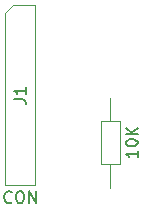
<source format=gbr>
G04 #@! TF.FileFunction,Other,Fab,Top*
%FSLAX46Y46*%
G04 Gerber Fmt 4.6, Leading zero omitted, Abs format (unit mm)*
G04 Created by KiCad (PCBNEW 4.0.7) date Thu Feb 22 23:31:33 2018*
%MOMM*%
%LPD*%
G01*
G04 APERTURE LIST*
%ADD10C,0.020000*%
%ADD11C,0.100000*%
%ADD12C,0.150000*%
G04 APERTURE END LIST*
D10*
D11*
X83375500Y-65214500D02*
X85280500Y-65214500D01*
X85280500Y-65214500D02*
X85280500Y-80454500D01*
X85280500Y-80454500D02*
X82740500Y-80454500D01*
X82740500Y-80454500D02*
X82740500Y-65849500D01*
X82740500Y-65849500D02*
X83375500Y-65214500D01*
X90830500Y-78635000D02*
X92430500Y-78635000D01*
X92430500Y-78635000D02*
X92430500Y-75035000D01*
X92430500Y-75035000D02*
X90830500Y-75035000D01*
X90830500Y-75035000D02*
X90830500Y-78635000D01*
X91630500Y-80645000D02*
X91630500Y-78635000D01*
X91630500Y-73025000D02*
X91630500Y-75035000D01*
D12*
X83272405Y-81871643D02*
X83224786Y-81919262D01*
X83081929Y-81966881D01*
X82986691Y-81966881D01*
X82843833Y-81919262D01*
X82748595Y-81824024D01*
X82700976Y-81728786D01*
X82653357Y-81538310D01*
X82653357Y-81395452D01*
X82700976Y-81204976D01*
X82748595Y-81109738D01*
X82843833Y-81014500D01*
X82986691Y-80966881D01*
X83081929Y-80966881D01*
X83224786Y-81014500D01*
X83272405Y-81062119D01*
X83891452Y-80966881D02*
X84081929Y-80966881D01*
X84177167Y-81014500D01*
X84272405Y-81109738D01*
X84320024Y-81300214D01*
X84320024Y-81633548D01*
X84272405Y-81824024D01*
X84177167Y-81919262D01*
X84081929Y-81966881D01*
X83891452Y-81966881D01*
X83796214Y-81919262D01*
X83700976Y-81824024D01*
X83653357Y-81633548D01*
X83653357Y-81300214D01*
X83700976Y-81109738D01*
X83796214Y-81014500D01*
X83891452Y-80966881D01*
X84748595Y-81966881D02*
X84748595Y-80966881D01*
X85320024Y-81966881D01*
X85320024Y-80966881D01*
X83462881Y-73167833D02*
X84177167Y-73167833D01*
X84320024Y-73215453D01*
X84415262Y-73310691D01*
X84462881Y-73453548D01*
X84462881Y-73548786D01*
X84462881Y-72167833D02*
X84462881Y-72739262D01*
X84462881Y-72453548D02*
X83462881Y-72453548D01*
X83605738Y-72548786D01*
X83700976Y-72644024D01*
X83748595Y-72739262D01*
X93942881Y-77525476D02*
X93942881Y-78096905D01*
X93942881Y-77811191D02*
X92942881Y-77811191D01*
X93085738Y-77906429D01*
X93180976Y-78001667D01*
X93228595Y-78096905D01*
X92942881Y-76906429D02*
X92942881Y-76811190D01*
X92990500Y-76715952D01*
X93038119Y-76668333D01*
X93133357Y-76620714D01*
X93323833Y-76573095D01*
X93561929Y-76573095D01*
X93752405Y-76620714D01*
X93847643Y-76668333D01*
X93895262Y-76715952D01*
X93942881Y-76811190D01*
X93942881Y-76906429D01*
X93895262Y-77001667D01*
X93847643Y-77049286D01*
X93752405Y-77096905D01*
X93561929Y-77144524D01*
X93323833Y-77144524D01*
X93133357Y-77096905D01*
X93038119Y-77049286D01*
X92990500Y-77001667D01*
X92942881Y-76906429D01*
X93942881Y-76144524D02*
X92942881Y-76144524D01*
X93942881Y-75573095D02*
X93371452Y-76001667D01*
X92942881Y-75573095D02*
X93514310Y-76144524D01*
M02*

</source>
